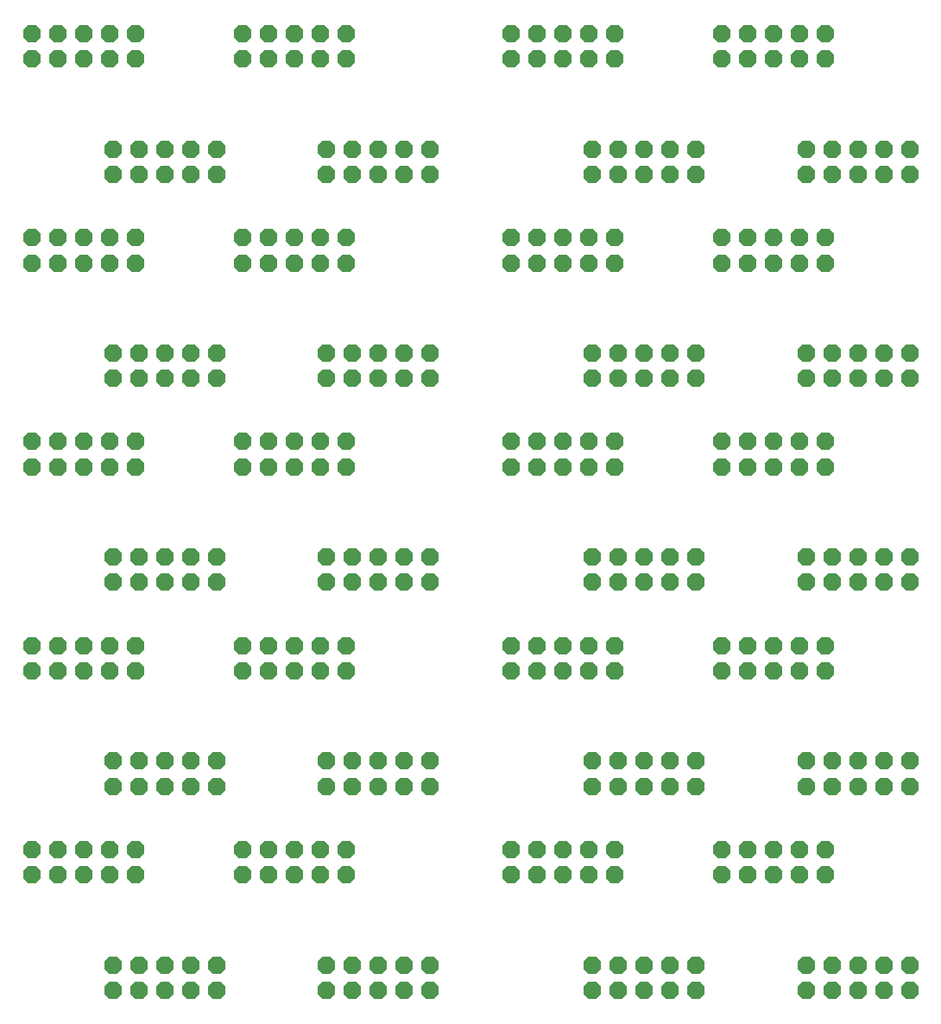
<source format=gbs>
G04*
G04 #@! TF.GenerationSoftware,Altium Limited,Altium Designer,19.1.9 (167)*
G04*
G04 Layer_Color=16711935*
%FSLAX25Y25*%
%MOIN*%
G70*
G01*
G75*
%ADD16P,0.07253X8X382.5*%
D16*
X74862Y333012D02*
D03*
X64862D02*
D03*
X54862D02*
D03*
X84862D02*
D03*
X94862D02*
D03*
X94862Y323261D02*
D03*
X84862D02*
D03*
X54862D02*
D03*
X64862D02*
D03*
X74862D02*
D03*
X157461Y333012D02*
D03*
X147461D02*
D03*
X137461D02*
D03*
X167461D02*
D03*
X177461D02*
D03*
X177460Y323261D02*
D03*
X167460D02*
D03*
X137460D02*
D03*
X147460D02*
D03*
X157460D02*
D03*
X43602Y367828D02*
D03*
X33602D02*
D03*
X23602D02*
D03*
X53602D02*
D03*
X63602D02*
D03*
X63602Y377579D02*
D03*
X53602D02*
D03*
X23602D02*
D03*
X33602D02*
D03*
X43602D02*
D03*
X125102Y367828D02*
D03*
X115102D02*
D03*
X105102D02*
D03*
X135102D02*
D03*
X145102D02*
D03*
X145102Y377579D02*
D03*
X135102D02*
D03*
X105102D02*
D03*
X115102D02*
D03*
X125102D02*
D03*
X74862Y254272D02*
D03*
X64862D02*
D03*
X54862D02*
D03*
X84862D02*
D03*
X94862D02*
D03*
X94862Y244521D02*
D03*
X84862D02*
D03*
X54862D02*
D03*
X64862D02*
D03*
X74862D02*
D03*
X157461Y254272D02*
D03*
X147461D02*
D03*
X137461D02*
D03*
X167461D02*
D03*
X177461D02*
D03*
X177460Y244521D02*
D03*
X167460D02*
D03*
X137460D02*
D03*
X147460D02*
D03*
X157460D02*
D03*
X43602Y289088D02*
D03*
X33602D02*
D03*
X23602D02*
D03*
X53602D02*
D03*
X63602D02*
D03*
X63602Y298839D02*
D03*
X53602D02*
D03*
X23602D02*
D03*
X33602D02*
D03*
X43602D02*
D03*
X125102Y289088D02*
D03*
X115102D02*
D03*
X105102D02*
D03*
X135102D02*
D03*
X145102D02*
D03*
X145102Y298839D02*
D03*
X135102D02*
D03*
X105102D02*
D03*
X115102D02*
D03*
X125102D02*
D03*
X74862Y175531D02*
D03*
X64862D02*
D03*
X54862D02*
D03*
X84862D02*
D03*
X94862D02*
D03*
X94862Y165781D02*
D03*
X84862D02*
D03*
X54862D02*
D03*
X64862D02*
D03*
X74862D02*
D03*
X157461Y175531D02*
D03*
X147461D02*
D03*
X137461D02*
D03*
X167461D02*
D03*
X177461D02*
D03*
X177460Y165781D02*
D03*
X167460D02*
D03*
X137460D02*
D03*
X147460D02*
D03*
X157460D02*
D03*
X43602Y210348D02*
D03*
X33602D02*
D03*
X23602D02*
D03*
X53602D02*
D03*
X63602D02*
D03*
X63602Y220098D02*
D03*
X53602D02*
D03*
X23602D02*
D03*
X33602D02*
D03*
X43602D02*
D03*
X125102Y210348D02*
D03*
X115102D02*
D03*
X105102D02*
D03*
X135102D02*
D03*
X145102D02*
D03*
X145102Y220098D02*
D03*
X135102D02*
D03*
X105102D02*
D03*
X115102D02*
D03*
X125102D02*
D03*
X74862Y96791D02*
D03*
X64862D02*
D03*
X54862D02*
D03*
X84862D02*
D03*
X94862D02*
D03*
X94862Y87041D02*
D03*
X84862D02*
D03*
X54862D02*
D03*
X64862D02*
D03*
X74862D02*
D03*
X157461Y96791D02*
D03*
X147461D02*
D03*
X137461D02*
D03*
X167461D02*
D03*
X177461D02*
D03*
X177460Y87041D02*
D03*
X167460D02*
D03*
X137460D02*
D03*
X147460D02*
D03*
X157460D02*
D03*
X43602Y131607D02*
D03*
X33602D02*
D03*
X23602D02*
D03*
X53602D02*
D03*
X63602D02*
D03*
X63602Y141358D02*
D03*
X53602D02*
D03*
X23602D02*
D03*
X33602D02*
D03*
X43602D02*
D03*
X125102Y131607D02*
D03*
X115102D02*
D03*
X105102D02*
D03*
X135102D02*
D03*
X145102D02*
D03*
X145102Y141358D02*
D03*
X135102D02*
D03*
X105102D02*
D03*
X115102D02*
D03*
X125102D02*
D03*
X74862Y18051D02*
D03*
X64862D02*
D03*
X54862D02*
D03*
X84862D02*
D03*
X94862D02*
D03*
X94862Y8300D02*
D03*
X84862D02*
D03*
X54862D02*
D03*
X64862D02*
D03*
X74862D02*
D03*
X157461Y18051D02*
D03*
X147461D02*
D03*
X137461D02*
D03*
X167461D02*
D03*
X177461D02*
D03*
X177460Y8300D02*
D03*
X167460D02*
D03*
X137460D02*
D03*
X147460D02*
D03*
X157460D02*
D03*
X43602Y52867D02*
D03*
X33602D02*
D03*
X23602D02*
D03*
X53602D02*
D03*
X63602D02*
D03*
X63602Y62618D02*
D03*
X53602D02*
D03*
X23602D02*
D03*
X33602D02*
D03*
X43602D02*
D03*
X125102Y52867D02*
D03*
X115102D02*
D03*
X105102D02*
D03*
X135102D02*
D03*
X145102D02*
D03*
X145102Y62618D02*
D03*
X135102D02*
D03*
X105102D02*
D03*
X115102D02*
D03*
X125102D02*
D03*
X259902Y333012D02*
D03*
X249902D02*
D03*
X239902D02*
D03*
X269902D02*
D03*
X279902D02*
D03*
X279901Y323261D02*
D03*
X269901D02*
D03*
X239901D02*
D03*
X249901D02*
D03*
X259901D02*
D03*
X342500Y333012D02*
D03*
X332500D02*
D03*
X322500D02*
D03*
X352500D02*
D03*
X362500D02*
D03*
X362499Y323261D02*
D03*
X352499D02*
D03*
X322499D02*
D03*
X332499D02*
D03*
X342499D02*
D03*
X228641Y367828D02*
D03*
X218641D02*
D03*
X208641D02*
D03*
X238641D02*
D03*
X248641D02*
D03*
X248642Y377579D02*
D03*
X238642D02*
D03*
X208642D02*
D03*
X218642D02*
D03*
X228642D02*
D03*
X310141Y367828D02*
D03*
X300141D02*
D03*
X290141D02*
D03*
X320141D02*
D03*
X330141D02*
D03*
X330142Y377579D02*
D03*
X320142D02*
D03*
X290142D02*
D03*
X300142D02*
D03*
X310142D02*
D03*
X259902Y254272D02*
D03*
X249902D02*
D03*
X239902D02*
D03*
X269902D02*
D03*
X279902D02*
D03*
X279901Y244521D02*
D03*
X269901D02*
D03*
X239901D02*
D03*
X249901D02*
D03*
X259901D02*
D03*
X342500Y254272D02*
D03*
X332500D02*
D03*
X322500D02*
D03*
X352500D02*
D03*
X362500D02*
D03*
X362499Y244521D02*
D03*
X352499D02*
D03*
X322499D02*
D03*
X332499D02*
D03*
X342499D02*
D03*
X228641Y289088D02*
D03*
X218641D02*
D03*
X208641D02*
D03*
X238641D02*
D03*
X248641D02*
D03*
X248642Y298839D02*
D03*
X238642D02*
D03*
X208642D02*
D03*
X218642D02*
D03*
X228642D02*
D03*
X310141Y289088D02*
D03*
X300141D02*
D03*
X290141D02*
D03*
X320141D02*
D03*
X330141D02*
D03*
X330142Y298839D02*
D03*
X320142D02*
D03*
X290142D02*
D03*
X300142D02*
D03*
X310142D02*
D03*
X259902Y175531D02*
D03*
X249902D02*
D03*
X239902D02*
D03*
X269902D02*
D03*
X279902D02*
D03*
X279901Y165781D02*
D03*
X269901D02*
D03*
X239901D02*
D03*
X249901D02*
D03*
X259901D02*
D03*
X342500Y175531D02*
D03*
X332500D02*
D03*
X322500D02*
D03*
X352500D02*
D03*
X362500D02*
D03*
X362499Y165781D02*
D03*
X352499D02*
D03*
X322499D02*
D03*
X332499D02*
D03*
X342499D02*
D03*
X228641Y210348D02*
D03*
X218641D02*
D03*
X208641D02*
D03*
X238641D02*
D03*
X248641D02*
D03*
X248642Y220098D02*
D03*
X238642D02*
D03*
X208642D02*
D03*
X218642D02*
D03*
X228642D02*
D03*
X310141Y210348D02*
D03*
X300141D02*
D03*
X290141D02*
D03*
X320141D02*
D03*
X330141D02*
D03*
X330142Y220098D02*
D03*
X320142D02*
D03*
X290142D02*
D03*
X300142D02*
D03*
X310142D02*
D03*
X259902Y96791D02*
D03*
X249902D02*
D03*
X239902D02*
D03*
X269902D02*
D03*
X279902D02*
D03*
X279901Y87041D02*
D03*
X269901D02*
D03*
X239901D02*
D03*
X249901D02*
D03*
X259901D02*
D03*
X342500Y96791D02*
D03*
X332500D02*
D03*
X322500D02*
D03*
X352500D02*
D03*
X362500D02*
D03*
X362499Y87041D02*
D03*
X352499D02*
D03*
X322499D02*
D03*
X332499D02*
D03*
X342499D02*
D03*
X228641Y131607D02*
D03*
X218641D02*
D03*
X208641D02*
D03*
X238641D02*
D03*
X248641D02*
D03*
X248642Y141358D02*
D03*
X238642D02*
D03*
X208642D02*
D03*
X218642D02*
D03*
X228642D02*
D03*
X310141Y131607D02*
D03*
X300141D02*
D03*
X290141D02*
D03*
X320141D02*
D03*
X330141D02*
D03*
X330142Y141358D02*
D03*
X320142D02*
D03*
X290142D02*
D03*
X300142D02*
D03*
X310142D02*
D03*
X259902Y18051D02*
D03*
X249902D02*
D03*
X239902D02*
D03*
X269902D02*
D03*
X279902D02*
D03*
X279901Y8300D02*
D03*
X269901D02*
D03*
X239901D02*
D03*
X249901D02*
D03*
X259901D02*
D03*
X342500Y18051D02*
D03*
X332500D02*
D03*
X322500D02*
D03*
X352500D02*
D03*
X362500D02*
D03*
X362499Y8300D02*
D03*
X352499D02*
D03*
X322499D02*
D03*
X332499D02*
D03*
X342499D02*
D03*
X228641Y52867D02*
D03*
X218641D02*
D03*
X208641D02*
D03*
X238641D02*
D03*
X248641D02*
D03*
X248642Y62618D02*
D03*
X238642D02*
D03*
X208642D02*
D03*
X218642D02*
D03*
X228642D02*
D03*
X310141Y52867D02*
D03*
X300141D02*
D03*
X290141D02*
D03*
X320141D02*
D03*
X330141D02*
D03*
X330142Y62618D02*
D03*
X320142D02*
D03*
X290142D02*
D03*
X300142D02*
D03*
X310142D02*
D03*
M02*

</source>
